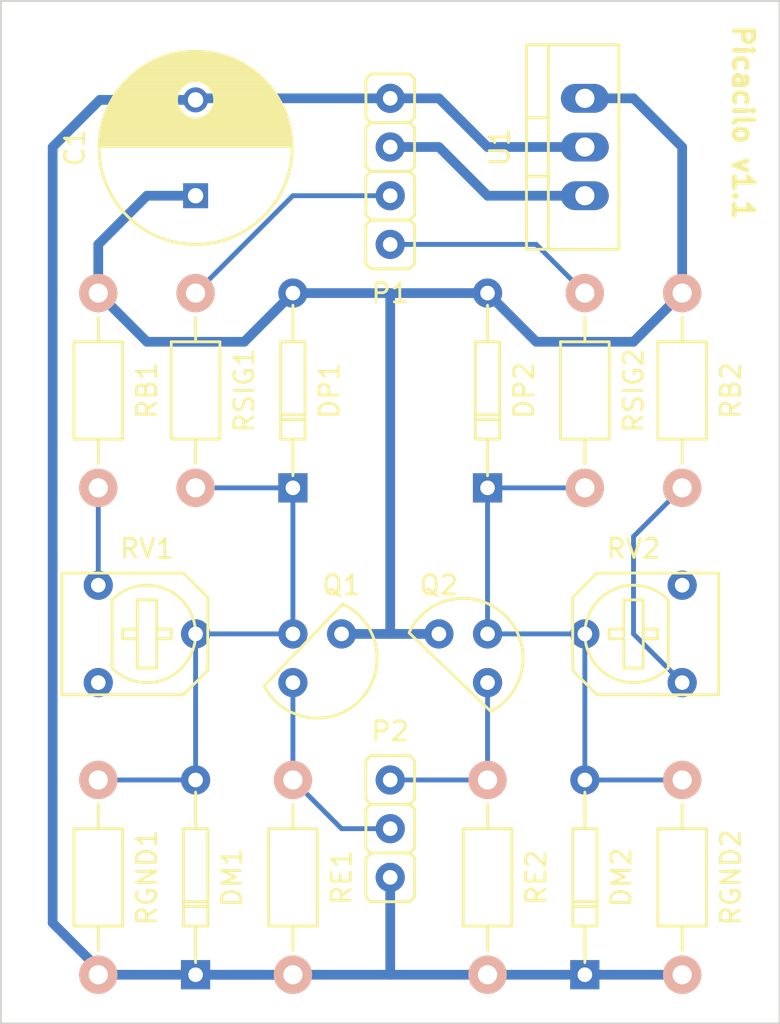
<source format=kicad_pcb>
(kicad_pcb (version 4) (host pcbnew no-vcs-found-product)

  (general
    (links 35)
    (no_connects 0)
    (area 157.429999 17.729999 198.170001 71.170001)
    (thickness 1.6)
    (drawings 5)
    (tracks 60)
    (zones 0)
    (modules 20)
    (nets 12)
  )

  (page A4)
  (title_block
    (title Picacilo)
    (date 2016-12-12)
    (rev 1.1)
  )

  (layers
    (0 F.Cu signal)
    (31 B.Cu signal)
    (32 B.Adhes user)
    (33 F.Adhes user)
    (34 B.Paste user)
    (35 F.Paste user)
    (36 B.SilkS user)
    (37 F.SilkS user)
    (38 B.Mask user)
    (39 F.Mask user)
    (40 Dwgs.User user)
    (41 Cmts.User user)
    (42 Eco1.User user)
    (43 Eco2.User user)
    (44 Edge.Cuts user)
  )

  (setup
    (last_trace_width 0.254)
    (user_trace_width 0.254)
    (user_trace_width 0.508)
    (user_trace_width 1.016)
    (trace_clearance 0.254)
    (zone_clearance 0.508)
    (zone_45_only no)
    (trace_min 0.254)
    (segment_width 0.2)
    (edge_width 0.1)
    (via_size 0.889)
    (via_drill 0.635)
    (via_min_size 0.889)
    (via_min_drill 0.508)
    (uvia_size 0.508)
    (uvia_drill 0.127)
    (uvias_allowed no)
    (uvia_min_size 0.508)
    (uvia_min_drill 0.127)
    (pcb_text_width 0.3)
    (pcb_text_size 1.016 1.016)
    (mod_edge_width 0.3048)
    (mod_text_size 1 1)
    (mod_text_width 0.15)
    (pad_size 2.032 2.032)
    (pad_drill 1.27)
    (pad_to_mask_clearance 0)
    (aux_axis_origin 0 0)
    (visible_elements FFFFFF3F)
    (pcbplotparams
      (layerselection 0x00030_80000001)
      (usegerberextensions true)
      (excludeedgelayer true)
      (linewidth 0.150000)
      (plotframeref false)
      (viasonmask false)
      (mode 1)
      (useauxorigin false)
      (hpglpennumber 1)
      (hpglpenspeed 20)
      (hpglpendiameter 15)
      (hpglpenoverlay 2)
      (psnegative false)
      (psa4output false)
      (plotreference true)
      (plotvalue true)
      (plotinvisibletext false)
      (padsonsilk false)
      (subtractmaskfromsilk false)
      (outputformat 1)
      (mirror false)
      (drillshape 0)
      (scaleselection 1)
      (outputdirectory output/v1.1/))
  )

  (net 0 "")
  (net 1 GND)
  (net 2 VB1)
  (net 3 VOUT1)
  (net 4 VOUT2)
  (net 5 VSTABLE)
  (net 6 "Net-(RB1-Pad2)")
  (net 7 VIN1)
  (net 8 VIN2)
  (net 9 VCC)
  (net 10 VB2)
  (net 11 "Net-(RB2-Pad2)")

  (net_class Default "This is the default net class."
    (clearance 0.254)
    (trace_width 0.254)
    (via_dia 0.889)
    (via_drill 0.635)
    (uvia_dia 0.508)
    (uvia_drill 0.127)
    (add_net "Net-(RB1-Pad2)")
    (add_net "Net-(RB2-Pad2)")
    (add_net VB1)
    (add_net VB2)
    (add_net VIN1)
    (add_net VIN2)
    (add_net VOUT1)
    (add_net VOUT2)
  )

  (net_class Power ""
    (clearance 0.508)
    (trace_width 0.508)
    (via_dia 0.889)
    (via_drill 0.635)
    (uvia_dia 0.508)
    (uvia_drill 0.127)
    (add_net GND)
    (add_net VCC)
    (add_net VSTABLE)
  )

  (module Capacitors_THT:C_Radial_D10_L20_P5 (layer F.Cu) (tedit 584EC018) (tstamp 584E9EBB)
    (at 144.145 87.63 90)
    (descr "Radial Electrolytic Capacitor Diameter 10mm x Length 20mm, Pitch 5mm")
    (tags "Electrolytic Capacitor")
    (path /5521821E)
    (fp_text reference C1 (at 2.5 -6.3 270) (layer F.SilkS)
      (effects (font (size 1 1) (thickness 0.15)))
    )
    (fp_text value 100uF (at 8.89 0 180) (layer F.Fab) hide
      (effects (font (size 1 1) (thickness 0.15)))
    )
    (fp_line (start 2.575 -4.999) (end 2.575 4.999) (layer F.SilkS) (width 0.15))
    (fp_line (start 2.715 -4.995) (end 2.715 4.995) (layer F.SilkS) (width 0.15))
    (fp_line (start 2.855 -4.987) (end 2.855 4.987) (layer F.SilkS) (width 0.15))
    (fp_line (start 2.995 -4.975) (end 2.995 4.975) (layer F.SilkS) (width 0.15))
    (fp_line (start 3.135 -4.96) (end 3.135 4.96) (layer F.SilkS) (width 0.15))
    (fp_line (start 3.275 -4.94) (end 3.275 4.94) (layer F.SilkS) (width 0.15))
    (fp_line (start 3.415 -4.916) (end 3.415 4.916) (layer F.SilkS) (width 0.15))
    (fp_line (start 3.555 -4.887) (end 3.555 4.887) (layer F.SilkS) (width 0.15))
    (fp_line (start 3.695 -4.855) (end 3.695 4.855) (layer F.SilkS) (width 0.15))
    (fp_line (start 3.835 -4.818) (end 3.835 4.818) (layer F.SilkS) (width 0.15))
    (fp_line (start 3.975 -4.777) (end 3.975 4.777) (layer F.SilkS) (width 0.15))
    (fp_line (start 4.115 -4.732) (end 4.115 -0.466) (layer F.SilkS) (width 0.15))
    (fp_line (start 4.115 0.466) (end 4.115 4.732) (layer F.SilkS) (width 0.15))
    (fp_line (start 4.255 -4.682) (end 4.255 -0.667) (layer F.SilkS) (width 0.15))
    (fp_line (start 4.255 0.667) (end 4.255 4.682) (layer F.SilkS) (width 0.15))
    (fp_line (start 4.395 -4.627) (end 4.395 -0.796) (layer F.SilkS) (width 0.15))
    (fp_line (start 4.395 0.796) (end 4.395 4.627) (layer F.SilkS) (width 0.15))
    (fp_line (start 4.535 -4.567) (end 4.535 -0.885) (layer F.SilkS) (width 0.15))
    (fp_line (start 4.535 0.885) (end 4.535 4.567) (layer F.SilkS) (width 0.15))
    (fp_line (start 4.675 -4.502) (end 4.675 -0.946) (layer F.SilkS) (width 0.15))
    (fp_line (start 4.675 0.946) (end 4.675 4.502) (layer F.SilkS) (width 0.15))
    (fp_line (start 4.815 -4.432) (end 4.815 -0.983) (layer F.SilkS) (width 0.15))
    (fp_line (start 4.815 0.983) (end 4.815 4.432) (layer F.SilkS) (width 0.15))
    (fp_line (start 4.955 -4.356) (end 4.955 -0.999) (layer F.SilkS) (width 0.15))
    (fp_line (start 4.955 0.999) (end 4.955 4.356) (layer F.SilkS) (width 0.15))
    (fp_line (start 5.095 -4.274) (end 5.095 -0.995) (layer F.SilkS) (width 0.15))
    (fp_line (start 5.095 0.995) (end 5.095 4.274) (layer F.SilkS) (width 0.15))
    (fp_line (start 5.235 -4.186) (end 5.235 -0.972) (layer F.SilkS) (width 0.15))
    (fp_line (start 5.235 0.972) (end 5.235 4.186) (layer F.SilkS) (width 0.15))
    (fp_line (start 5.375 -4.091) (end 5.375 -0.927) (layer F.SilkS) (width 0.15))
    (fp_line (start 5.375 0.927) (end 5.375 4.091) (layer F.SilkS) (width 0.15))
    (fp_line (start 5.515 -3.989) (end 5.515 -0.857) (layer F.SilkS) (width 0.15))
    (fp_line (start 5.515 0.857) (end 5.515 3.989) (layer F.SilkS) (width 0.15))
    (fp_line (start 5.655 -3.879) (end 5.655 -0.756) (layer F.SilkS) (width 0.15))
    (fp_line (start 5.655 0.756) (end 5.655 3.879) (layer F.SilkS) (width 0.15))
    (fp_line (start 5.795 -3.761) (end 5.795 -0.607) (layer F.SilkS) (width 0.15))
    (fp_line (start 5.795 0.607) (end 5.795 3.761) (layer F.SilkS) (width 0.15))
    (fp_line (start 5.935 -3.633) (end 5.935 -0.355) (layer F.SilkS) (width 0.15))
    (fp_line (start 5.935 0.355) (end 5.935 3.633) (layer F.SilkS) (width 0.15))
    (fp_line (start 6.075 -3.496) (end 6.075 3.496) (layer F.SilkS) (width 0.15))
    (fp_line (start 6.215 -3.346) (end 6.215 3.346) (layer F.SilkS) (width 0.15))
    (fp_line (start 6.355 -3.184) (end 6.355 3.184) (layer F.SilkS) (width 0.15))
    (fp_line (start 6.495 -3.007) (end 6.495 3.007) (layer F.SilkS) (width 0.15))
    (fp_line (start 6.635 -2.811) (end 6.635 2.811) (layer F.SilkS) (width 0.15))
    (fp_line (start 6.775 -2.593) (end 6.775 2.593) (layer F.SilkS) (width 0.15))
    (fp_line (start 6.915 -2.347) (end 6.915 2.347) (layer F.SilkS) (width 0.15))
    (fp_line (start 7.055 -2.062) (end 7.055 2.062) (layer F.SilkS) (width 0.15))
    (fp_line (start 7.195 -1.72) (end 7.195 1.72) (layer F.SilkS) (width 0.15))
    (fp_line (start 7.335 -1.274) (end 7.335 1.274) (layer F.SilkS) (width 0.15))
    (fp_line (start 7.475 -0.499) (end 7.475 0.499) (layer F.SilkS) (width 0.15))
    (fp_circle (center 5 0) (end 5 -1) (layer F.SilkS) (width 0.15))
    (fp_circle (center 2.5 0) (end 2.5 -5.0375) (layer F.SilkS) (width 0.15))
    (fp_circle (center 2.5 0) (end 2.5 -5.3) (layer F.CrtYd) (width 0.05))
    (pad 1 thru_hole rect (at 0 0 90) (size 1.3 1.3) (drill 0.8) (layers *.Cu *.Mask)
      (net 5 VSTABLE))
    (pad 2 thru_hole circle (at 5 0 90) (size 1.3 1.3) (drill 0.8) (layers *.Cu *.Mask)
      (net 1 GND))
    (model Capacitors_ThroughHole.3dshapes/C_Radial_D10_L20_P5.wrl
      (at (xyz 0 0 0))
      (scale (xyz 1 1 1))
      (rotate (xyz 0 0 0))
    )
  )

  (module boul51:Diode-DO41 (layer F.Cu) (tedit 584EB940) (tstamp 584E9EC0)
    (at 144.145 123.19 90)
    (path /567ED458)
    (fp_text reference DM1 (at 0 1.905 90) (layer F.SilkS)
      (effects (font (size 1 1) (thickness 0.15)))
    )
    (fp_text value 1N4007 (at 0 0 90) (layer F.Fab) hide
      (effects (font (size 1 1) (thickness 0.15)))
    )
    (fp_line (start -1.524 -0.635) (end -1.524 0.635) (layer F.SilkS) (width 0.15))
    (fp_line (start -1.27 -0.635) (end -1.27 0.635) (layer F.SilkS) (width 0.15))
    (fp_line (start 2.54 0) (end 4.445 0) (layer F.SilkS) (width 0.15))
    (fp_line (start 2.54 0) (end 2.54 -0.635) (layer F.SilkS) (width 0.15))
    (fp_line (start 2.54 -0.635) (end -2.54 -0.635) (layer F.SilkS) (width 0.15))
    (fp_line (start -2.54 -0.635) (end -2.54 0.635) (layer F.SilkS) (width 0.15))
    (fp_line (start -2.54 0.635) (end 2.54 0.635) (layer F.SilkS) (width 0.15))
    (fp_line (start 2.54 0.635) (end 2.54 0) (layer F.SilkS) (width 0.15))
    (fp_line (start -4.445 0) (end -2.54 0) (layer F.SilkS) (width 0.15))
    (pad 1 thru_hole rect (at -5.08 0 90) (size 1.524 1.524) (drill 0.762) (layers *.Cu *.Mask)
      (net 1 GND))
    (pad 2 thru_hole circle (at 5.08 0 90) (size 1.524 1.524) (drill 0.762) (layers *.Cu *.Mask)
      (net 2 VB1))
    (model ${KIUSERMOD}/boul51.3dshapes/Diode-DO41.wrl
      (at (xyz 0 0 0))
      (scale (xyz 1 1 1))
      (rotate (xyz 0 0 0))
    )
  )

  (module boul51:Diode-DO41 (layer F.Cu) (tedit 584EB8FD) (tstamp 584E9EDC)
    (at 149.225 97.79 90)
    (path /567ED26D)
    (fp_text reference DP1 (at 0 1.905 90) (layer F.SilkS)
      (effects (font (size 1 1) (thickness 0.15)))
    )
    (fp_text value 1N4007 (at 0 0 90) (layer F.Fab) hide
      (effects (font (size 1 1) (thickness 0.15)))
    )
    (fp_line (start -1.524 -0.635) (end -1.524 0.635) (layer F.SilkS) (width 0.15))
    (fp_line (start -1.27 -0.635) (end -1.27 0.635) (layer F.SilkS) (width 0.15))
    (fp_line (start 2.54 0) (end 4.445 0) (layer F.SilkS) (width 0.15))
    (fp_line (start 2.54 0) (end 2.54 -0.635) (layer F.SilkS) (width 0.15))
    (fp_line (start 2.54 -0.635) (end -2.54 -0.635) (layer F.SilkS) (width 0.15))
    (fp_line (start -2.54 -0.635) (end -2.54 0.635) (layer F.SilkS) (width 0.15))
    (fp_line (start -2.54 0.635) (end 2.54 0.635) (layer F.SilkS) (width 0.15))
    (fp_line (start 2.54 0.635) (end 2.54 0) (layer F.SilkS) (width 0.15))
    (fp_line (start -4.445 0) (end -2.54 0) (layer F.SilkS) (width 0.15))
    (pad 1 thru_hole rect (at -5.08 0 90) (size 1.524 1.524) (drill 0.762) (layers *.Cu *.Mask)
      (net 2 VB1))
    (pad 2 thru_hole circle (at 5.08 0 90) (size 1.524 1.524) (drill 0.762) (layers *.Cu *.Mask)
      (net 5 VSTABLE))
    (model ${KIUSERMOD}/boul51.3dshapes/Diode-DO41.wrl
      (at (xyz 0 0 0))
      (scale (xyz 1 1 1))
      (rotate (xyz 0 0 0))
    )
  )

  (module boul51:TO-92_1 (layer F.Cu) (tedit 584EB94B) (tstamp 584E9EF8)
    (at 151.765 110.49 180)
    (path /5521824E)
    (fp_text reference Q1 (at 0 2.54 180) (layer F.SilkS)
      (effects (font (size 1 1) (thickness 0.15)))
    )
    (fp_text value BC547b (at 1.27 4.445 180) (layer F.Fab) hide
      (effects (font (size 1 1) (thickness 0.15)))
    )
    (fp_line (start -0.0508 1.5494) (end 4.04114 -2.71272) (layer F.SilkS) (width 0.15))
    (fp_arc (start 1.27 -1.27) (end -0.0762 1.5494) (angle 217) (layer F.SilkS) (width 0.15))
    (pad 1 thru_hole circle (at 0 0 180) (size 1.524 1.524) (drill 0.762) (layers *.Cu *.Mask)
      (net 5 VSTABLE))
    (pad 2 thru_hole circle (at 2.54 0 180) (size 1.524 1.524) (drill 0.762) (layers *.Cu *.Mask)
      (net 2 VB1))
    (pad 3 thru_hole circle (at 2.54 -2.54 180) (size 1.524 1.524) (drill 0.762) (layers *.Cu *.Mask)
      (net 3 VOUT1))
    (model /home/boul/Elec/Kicad/Lib/boul51.3dshapes/TO-92_1.wrl
      (at (xyz 0 0 0))
      (scale (xyz 1 1 1))
      (rotate (xyz 0 0 0))
    )
  )

  (module Resistors_THT:Resistor_Horizontal_RM10mm (layer F.Cu) (tedit 584EB78B) (tstamp 584E9F08)
    (at 139.065 92.71 270)
    (descr "Resistor, Axial,  RM 10mm, 1/3W")
    (tags "Resistor Axial RM 10mm 1/3W")
    (path /5521820A)
    (fp_text reference RB1 (at 5.08 -2.54 270) (layer F.SilkS)
      (effects (font (size 1 1) (thickness 0.15)))
    )
    (fp_text value 33k (at 5.08 0 270) (layer F.Fab)
      (effects (font (size 1 1) (thickness 0.15)))
    )
    (fp_line (start -1.25 -1.5) (end 11.4 -1.5) (layer F.CrtYd) (width 0.05))
    (fp_line (start -1.25 1.5) (end -1.25 -1.5) (layer F.CrtYd) (width 0.05))
    (fp_line (start 11.4 -1.5) (end 11.4 1.5) (layer F.CrtYd) (width 0.05))
    (fp_line (start -1.25 1.5) (end 11.4 1.5) (layer F.CrtYd) (width 0.05))
    (fp_line (start 2.54 -1.27) (end 7.62 -1.27) (layer F.SilkS) (width 0.15))
    (fp_line (start 7.62 -1.27) (end 7.62 1.27) (layer F.SilkS) (width 0.15))
    (fp_line (start 7.62 1.27) (end 2.54 1.27) (layer F.SilkS) (width 0.15))
    (fp_line (start 2.54 1.27) (end 2.54 -1.27) (layer F.SilkS) (width 0.15))
    (fp_line (start 2.54 0) (end 1.27 0) (layer F.SilkS) (width 0.15))
    (fp_line (start 7.62 0) (end 8.89 0) (layer F.SilkS) (width 0.15))
    (pad 1 thru_hole circle (at 0 0 270) (size 1.99898 1.99898) (drill 1.00076) (layers *.Cu *.SilkS *.Mask)
      (net 5 VSTABLE))
    (pad 2 thru_hole circle (at 10.16 0 270) (size 1.99898 1.99898) (drill 1.00076) (layers *.Cu *.SilkS *.Mask)
      (net 6 "Net-(RB1-Pad2)"))
    (model Resistors_ThroughHole.3dshapes/Resistor_Horizontal_RM10mm.wrl
      (at (xyz 0.2 0 0))
      (scale (xyz 0.4 0.4 0.4))
      (rotate (xyz 0 0 0))
    )
  )

  (module Resistors_THT:Resistor_Horizontal_RM10mm (layer F.Cu) (tedit 584EB934) (tstamp 584E9F12)
    (at 149.225 118.11 270)
    (descr "Resistor, Axial,  RM 10mm, 1/3W")
    (tags "Resistor Axial RM 10mm 1/3W")
    (path /55218DEE)
    (fp_text reference RE1 (at 5.08 -2.54 270) (layer F.SilkS)
      (effects (font (size 1 1) (thickness 0.15)))
    )
    (fp_text value 1k (at 5.08 0 270) (layer F.Fab)
      (effects (font (size 1 1) (thickness 0.15)))
    )
    (fp_line (start -1.25 -1.5) (end 11.4 -1.5) (layer F.CrtYd) (width 0.05))
    (fp_line (start -1.25 1.5) (end -1.25 -1.5) (layer F.CrtYd) (width 0.05))
    (fp_line (start 11.4 -1.5) (end 11.4 1.5) (layer F.CrtYd) (width 0.05))
    (fp_line (start -1.25 1.5) (end 11.4 1.5) (layer F.CrtYd) (width 0.05))
    (fp_line (start 2.54 -1.27) (end 7.62 -1.27) (layer F.SilkS) (width 0.15))
    (fp_line (start 7.62 -1.27) (end 7.62 1.27) (layer F.SilkS) (width 0.15))
    (fp_line (start 7.62 1.27) (end 2.54 1.27) (layer F.SilkS) (width 0.15))
    (fp_line (start 2.54 1.27) (end 2.54 -1.27) (layer F.SilkS) (width 0.15))
    (fp_line (start 2.54 0) (end 1.27 0) (layer F.SilkS) (width 0.15))
    (fp_line (start 7.62 0) (end 8.89 0) (layer F.SilkS) (width 0.15))
    (pad 1 thru_hole circle (at 0 0 270) (size 1.99898 1.99898) (drill 1.00076) (layers *.Cu *.SilkS *.Mask)
      (net 3 VOUT1))
    (pad 2 thru_hole circle (at 10.16 0 270) (size 1.99898 1.99898) (drill 1.00076) (layers *.Cu *.SilkS *.Mask)
      (net 1 GND))
    (model Resistors_ThroughHole.3dshapes/Resistor_Horizontal_RM10mm.wrl
      (at (xyz 0.2 0 0))
      (scale (xyz 0.4 0.4 0.4))
      (rotate (xyz 0 0 0))
    )
  )

  (module Resistors_THT:Resistor_Horizontal_RM10mm (layer F.Cu) (tedit 584EB7BD) (tstamp 584E9F1C)
    (at 139.065 118.11 270)
    (descr "Resistor, Axial,  RM 10mm, 1/3W")
    (tags "Resistor Axial RM 10mm 1/3W")
    (path /55218E22)
    (fp_text reference RGND1 (at 5.08 -2.54 270) (layer F.SilkS)
      (effects (font (size 1 1) (thickness 0.15)))
    )
    (fp_text value 56k (at 5.08 0 270) (layer F.Fab)
      (effects (font (size 1 1) (thickness 0.15)))
    )
    (fp_line (start -1.25 -1.5) (end 11.4 -1.5) (layer F.CrtYd) (width 0.05))
    (fp_line (start -1.25 1.5) (end -1.25 -1.5) (layer F.CrtYd) (width 0.05))
    (fp_line (start 11.4 -1.5) (end 11.4 1.5) (layer F.CrtYd) (width 0.05))
    (fp_line (start -1.25 1.5) (end 11.4 1.5) (layer F.CrtYd) (width 0.05))
    (fp_line (start 2.54 -1.27) (end 7.62 -1.27) (layer F.SilkS) (width 0.15))
    (fp_line (start 7.62 -1.27) (end 7.62 1.27) (layer F.SilkS) (width 0.15))
    (fp_line (start 7.62 1.27) (end 2.54 1.27) (layer F.SilkS) (width 0.15))
    (fp_line (start 2.54 1.27) (end 2.54 -1.27) (layer F.SilkS) (width 0.15))
    (fp_line (start 2.54 0) (end 1.27 0) (layer F.SilkS) (width 0.15))
    (fp_line (start 7.62 0) (end 8.89 0) (layer F.SilkS) (width 0.15))
    (pad 1 thru_hole circle (at 0 0 270) (size 1.99898 1.99898) (drill 1.00076) (layers *.Cu *.SilkS *.Mask)
      (net 2 VB1))
    (pad 2 thru_hole circle (at 10.16 0 270) (size 1.99898 1.99898) (drill 1.00076) (layers *.Cu *.SilkS *.Mask)
      (net 1 GND))
    (model Resistors_ThroughHole.3dshapes/Resistor_Horizontal_RM10mm.wrl
      (at (xyz 0.2 0 0))
      (scale (xyz 0.4 0.4 0.4))
      (rotate (xyz 0 0 0))
    )
  )

  (module Resistors_THT:Resistor_Horizontal_RM10mm (layer F.Cu) (tedit 584EB786) (tstamp 584E9F26)
    (at 144.145 92.71 270)
    (descr "Resistor, Axial,  RM 10mm, 1/3W")
    (tags "Resistor Axial RM 10mm 1/3W")
    (path /55218E14)
    (fp_text reference RSIG1 (at 5.08 -2.54 270) (layer F.SilkS)
      (effects (font (size 1 1) (thickness 0.15)))
    )
    (fp_text value 1MEG (at 5.08 0 270) (layer F.Fab)
      (effects (font (size 1 1) (thickness 0.15)))
    )
    (fp_line (start -1.25 -1.5) (end 11.4 -1.5) (layer F.CrtYd) (width 0.05))
    (fp_line (start -1.25 1.5) (end -1.25 -1.5) (layer F.CrtYd) (width 0.05))
    (fp_line (start 11.4 -1.5) (end 11.4 1.5) (layer F.CrtYd) (width 0.05))
    (fp_line (start -1.25 1.5) (end 11.4 1.5) (layer F.CrtYd) (width 0.05))
    (fp_line (start 2.54 -1.27) (end 7.62 -1.27) (layer F.SilkS) (width 0.15))
    (fp_line (start 7.62 -1.27) (end 7.62 1.27) (layer F.SilkS) (width 0.15))
    (fp_line (start 7.62 1.27) (end 2.54 1.27) (layer F.SilkS) (width 0.15))
    (fp_line (start 2.54 1.27) (end 2.54 -1.27) (layer F.SilkS) (width 0.15))
    (fp_line (start 2.54 0) (end 1.27 0) (layer F.SilkS) (width 0.15))
    (fp_line (start 7.62 0) (end 8.89 0) (layer F.SilkS) (width 0.15))
    (pad 1 thru_hole circle (at 0 0 270) (size 1.99898 1.99898) (drill 1.00076) (layers *.Cu *.SilkS *.Mask)
      (net 7 VIN1))
    (pad 2 thru_hole circle (at 10.16 0 270) (size 1.99898 1.99898) (drill 1.00076) (layers *.Cu *.SilkS *.Mask)
      (net 2 VB1))
    (model Resistors_ThroughHole.3dshapes/Resistor_Horizontal_RM10mm.wrl
      (at (xyz 0.2 0 0))
      (scale (xyz 0.4 0.4 0.4))
      (rotate (xyz 0 0 0))
    )
  )

  (module boul51:Pot_5x8mm (layer F.Cu) (tedit 584EB8D0) (tstamp 584E9F30)
    (at 141.605 110.49 270)
    (path /5523F1E1)
    (fp_text reference RV1 (at -4.445 0 360) (layer F.SilkS)
      (effects (font (size 1 1) (thickness 0.15)))
    )
    (fp_text value 47k (at 0 3.175 270) (layer F.Fab)
      (effects (font (size 1 1) (thickness 0.15)))
    )
    (fp_line (start -0.254 -0.508) (end -0.254 -1.27) (layer F.SilkS) (width 0.15))
    (fp_line (start -0.254 -1.27) (end 0.254 -1.27) (layer F.SilkS) (width 0.15))
    (fp_line (start 0.254 -1.27) (end 0.254 -0.508) (layer F.SilkS) (width 0.15))
    (fp_line (start -0.254 0.508) (end -0.254 1.27) (layer F.SilkS) (width 0.15))
    (fp_line (start -0.254 1.27) (end 0.254 1.27) (layer F.SilkS) (width 0.15))
    (fp_line (start 0.254 1.27) (end 0.254 0.508) (layer F.SilkS) (width 0.15))
    (fp_line (start 1.778 0) (end 1.778 -0.508) (layer F.SilkS) (width 0.15))
    (fp_line (start 1.778 -0.508) (end -1.778 -0.508) (layer F.SilkS) (width 0.15))
    (fp_line (start -1.778 -0.508) (end -1.778 0.508) (layer F.SilkS) (width 0.15))
    (fp_line (start -1.778 0.508) (end 1.778 0.508) (layer F.SilkS) (width 0.15))
    (fp_line (start 1.778 0.508) (end 1.778 0) (layer F.SilkS) (width 0.15))
    (fp_line (start -1.78308 1.8161) (end 1.78816 1.8161) (layer F.SilkS) (width 0.15))
    (fp_arc (start 0 0) (end -2.54 0) (angle -45) (layer F.SilkS) (width 0.15))
    (fp_arc (start 0 0) (end 2.54 0) (angle 45) (layer F.SilkS) (width 0.15))
    (fp_arc (start 0 0) (end 2.54 0) (angle -180) (layer F.SilkS) (width 0.15))
    (fp_line (start -3.175 -1.905) (end -3.175 4.445) (layer F.SilkS) (width 0.15))
    (fp_line (start 3.175 -1.905) (end 3.175 4.445) (layer F.SilkS) (width 0.15))
    (fp_line (start -3.175 -1.905) (end -1.905 -3.175) (layer F.SilkS) (width 0.15))
    (fp_line (start -1.905 -3.175) (end 1.905 -3.175) (layer F.SilkS) (width 0.15))
    (fp_line (start 1.905 -3.175) (end 3.175 -1.905) (layer F.SilkS) (width 0.15))
    (fp_line (start 3.175 4.445) (end -3.175 4.445) (layer F.SilkS) (width 0.15))
    (pad 1 thru_hole circle (at -2.54 2.54 270) (size 1.524 1.524) (drill 0.762) (layers *.Cu *.Mask)
      (net 6 "Net-(RB1-Pad2)"))
    (pad 2 thru_hole circle (at 0 -2.54 270) (size 1.524 1.524) (drill 0.762) (layers *.Cu *.Mask)
      (net 2 VB1))
    (pad 3 thru_hole circle (at 2.54 2.54 270) (size 1.524 1.524) (drill 0.762) (layers *.Cu *.Mask))
    (model ${KIUSERMOD}/boul51.3dshapes/Pot_5x8mm.wrl
      (at (xyz 0 0 0))
      (scale (xyz 1 1 1))
      (rotate (xyz 0 0 0))
    )
  )

  (module TO_SOT_Packages_THT:TO-220_Neutral123_Vertical (layer F.Cu) (tedit 584EC01B) (tstamp 584E9F66)
    (at 164.465 85.09 90)
    (descr "TO-220, Neutral, Vertical,")
    (tags "TO-220, Neutral, Vertical,")
    (path /552181E0)
    (fp_text reference U1 (at 0 -4.445 270) (layer F.SilkS)
      (effects (font (size 1 1) (thickness 0.15)))
    )
    (fp_text value LM2931A (at 6.35 -0.635 180) (layer F.Fab) hide
      (effects (font (size 1 1) (thickness 0.15)))
    )
    (fp_line (start -1.524 -3.048) (end -1.524 -1.905) (layer F.SilkS) (width 0.15))
    (fp_line (start 1.524 -3.048) (end 1.524 -1.905) (layer F.SilkS) (width 0.15))
    (fp_line (start 5.334 -1.905) (end 5.334 1.778) (layer F.SilkS) (width 0.15))
    (fp_line (start 5.334 1.778) (end -5.334 1.778) (layer F.SilkS) (width 0.15))
    (fp_line (start -5.334 1.778) (end -5.334 -1.905) (layer F.SilkS) (width 0.15))
    (fp_line (start 5.334 -3.048) (end 5.334 -1.905) (layer F.SilkS) (width 0.15))
    (fp_line (start 5.334 -1.905) (end -5.334 -1.905) (layer F.SilkS) (width 0.15))
    (fp_line (start -5.334 -1.905) (end -5.334 -3.048) (layer F.SilkS) (width 0.15))
    (fp_line (start 0 -3.048) (end -5.334 -3.048) (layer F.SilkS) (width 0.15))
    (fp_line (start 0 -3.048) (end 5.334 -3.048) (layer F.SilkS) (width 0.15))
    (pad 2 thru_hole oval (at 0 0 180) (size 2.49936 1.50114) (drill 1.00076) (layers *.Cu *.Mask)
      (net 1 GND))
    (pad 1 thru_hole oval (at -2.54 0 180) (size 2.49936 1.50114) (drill 1.00076) (layers *.Cu *.Mask)
      (net 9 VCC))
    (pad 3 thru_hole oval (at 2.54 0 180) (size 2.49936 1.50114) (drill 1.00076) (layers *.Cu *.Mask)
      (net 5 VSTABLE))
    (model TO_SOT_Packages_THT.3dshapes/TO-220_Neutral123_Vertical.wrl
      (at (xyz 0 0 0))
      (scale (xyz 0.3937 0.3937 0.3937))
      (rotate (xyz 0 0 0))
    )
  )

  (module boul51:Diode-DO41 (layer F.Cu) (tedit 584EB939) (tstamp 584EAAAF)
    (at 164.465 123.19 90)
    (path /567ECDB6)
    (fp_text reference DM2 (at 0 1.905 90) (layer F.SilkS)
      (effects (font (size 1 1) (thickness 0.15)))
    )
    (fp_text value 1N4007 (at 0 0 90) (layer F.Fab) hide
      (effects (font (size 1 1) (thickness 0.15)))
    )
    (fp_line (start -1.524 -0.635) (end -1.524 0.635) (layer F.SilkS) (width 0.15))
    (fp_line (start -1.27 -0.635) (end -1.27 0.635) (layer F.SilkS) (width 0.15))
    (fp_line (start 2.54 0) (end 4.445 0) (layer F.SilkS) (width 0.15))
    (fp_line (start 2.54 0) (end 2.54 -0.635) (layer F.SilkS) (width 0.15))
    (fp_line (start 2.54 -0.635) (end -2.54 -0.635) (layer F.SilkS) (width 0.15))
    (fp_line (start -2.54 -0.635) (end -2.54 0.635) (layer F.SilkS) (width 0.15))
    (fp_line (start -2.54 0.635) (end 2.54 0.635) (layer F.SilkS) (width 0.15))
    (fp_line (start 2.54 0.635) (end 2.54 0) (layer F.SilkS) (width 0.15))
    (fp_line (start -4.445 0) (end -2.54 0) (layer F.SilkS) (width 0.15))
    (pad 1 thru_hole rect (at -5.08 0 90) (size 1.524 1.524) (drill 0.762) (layers *.Cu *.Mask)
      (net 1 GND))
    (pad 2 thru_hole circle (at 5.08 0 90) (size 1.524 1.524) (drill 0.762) (layers *.Cu *.Mask)
      (net 10 VB2))
    (model ${KIUSERMOD}/boul51.3dshapes/Diode-DO41.wrl
      (at (xyz 0 0 0))
      (scale (xyz 1 1 1))
      (rotate (xyz 0 0 0))
    )
  )

  (module boul51:Diode-DO41 (layer F.Cu) (tedit 584EB8F8) (tstamp 584EAABE)
    (at 159.385 97.79 90)
    (path /567EC9C7)
    (fp_text reference DP2 (at 0 1.905 90) (layer F.SilkS)
      (effects (font (size 1 1) (thickness 0.15)))
    )
    (fp_text value 1N4007 (at 0 0 90) (layer F.Fab) hide
      (effects (font (size 1 1) (thickness 0.15)))
    )
    (fp_line (start -1.524 -0.635) (end -1.524 0.635) (layer F.SilkS) (width 0.15))
    (fp_line (start -1.27 -0.635) (end -1.27 0.635) (layer F.SilkS) (width 0.15))
    (fp_line (start 2.54 0) (end 4.445 0) (layer F.SilkS) (width 0.15))
    (fp_line (start 2.54 0) (end 2.54 -0.635) (layer F.SilkS) (width 0.15))
    (fp_line (start 2.54 -0.635) (end -2.54 -0.635) (layer F.SilkS) (width 0.15))
    (fp_line (start -2.54 -0.635) (end -2.54 0.635) (layer F.SilkS) (width 0.15))
    (fp_line (start -2.54 0.635) (end 2.54 0.635) (layer F.SilkS) (width 0.15))
    (fp_line (start 2.54 0.635) (end 2.54 0) (layer F.SilkS) (width 0.15))
    (fp_line (start -4.445 0) (end -2.54 0) (layer F.SilkS) (width 0.15))
    (pad 1 thru_hole rect (at -5.08 0 90) (size 1.524 1.524) (drill 0.762) (layers *.Cu *.Mask)
      (net 10 VB2))
    (pad 2 thru_hole circle (at 5.08 0 90) (size 1.524 1.524) (drill 0.762) (layers *.Cu *.Mask)
      (net 5 VSTABLE))
    (model ${KIUSERMOD}/boul51.3dshapes/Diode-DO41.wrl
      (at (xyz 0 0 0))
      (scale (xyz 1 1 1))
      (rotate (xyz 0 0 0))
    )
  )

  (module Resistors_THT:Resistor_Horizontal_RM10mm (layer F.Cu) (tedit 584EB765) (tstamp 584EAACD)
    (at 169.545 92.71 270)
    (descr "Resistor, Axial,  RM 10mm, 1/3W")
    (tags "Resistor Axial RM 10mm 1/3W")
    (path /5523F46B)
    (fp_text reference RB2 (at 5.08 -2.54 270) (layer F.SilkS)
      (effects (font (size 1 1) (thickness 0.15)))
    )
    (fp_text value 33k (at 5.08 0 270) (layer F.Fab)
      (effects (font (size 1 1) (thickness 0.15)))
    )
    (fp_line (start -1.25 -1.5) (end 11.4 -1.5) (layer F.CrtYd) (width 0.05))
    (fp_line (start -1.25 1.5) (end -1.25 -1.5) (layer F.CrtYd) (width 0.05))
    (fp_line (start 11.4 -1.5) (end 11.4 1.5) (layer F.CrtYd) (width 0.05))
    (fp_line (start -1.25 1.5) (end 11.4 1.5) (layer F.CrtYd) (width 0.05))
    (fp_line (start 2.54 -1.27) (end 7.62 -1.27) (layer F.SilkS) (width 0.15))
    (fp_line (start 7.62 -1.27) (end 7.62 1.27) (layer F.SilkS) (width 0.15))
    (fp_line (start 7.62 1.27) (end 2.54 1.27) (layer F.SilkS) (width 0.15))
    (fp_line (start 2.54 1.27) (end 2.54 -1.27) (layer F.SilkS) (width 0.15))
    (fp_line (start 2.54 0) (end 1.27 0) (layer F.SilkS) (width 0.15))
    (fp_line (start 7.62 0) (end 8.89 0) (layer F.SilkS) (width 0.15))
    (pad 1 thru_hole circle (at 0 0 270) (size 1.99898 1.99898) (drill 1.00076) (layers *.Cu *.SilkS *.Mask)
      (net 5 VSTABLE))
    (pad 2 thru_hole circle (at 10.16 0 270) (size 1.99898 1.99898) (drill 1.00076) (layers *.Cu *.SilkS *.Mask)
      (net 11 "Net-(RB2-Pad2)"))
    (model Resistors_ThroughHole.3dshapes/Resistor_Horizontal_RM10mm.wrl
      (at (xyz 0.2 0 0))
      (scale (xyz 0.4 0.4 0.4))
      (rotate (xyz 0 0 0))
    )
  )

  (module Resistors_THT:Resistor_Horizontal_RM10mm (layer F.Cu) (tedit 584EB93B) (tstamp 584EAAD3)
    (at 159.385 118.11 270)
    (descr "Resistor, Axial,  RM 10mm, 1/3W")
    (tags "Resistor Axial RM 10mm 1/3W")
    (path /5523F477)
    (fp_text reference RE2 (at 5.08 -2.54 270) (layer F.SilkS)
      (effects (font (size 1 1) (thickness 0.15)))
    )
    (fp_text value 1k (at 5.08 0 270) (layer F.Fab)
      (effects (font (size 1 1) (thickness 0.15)))
    )
    (fp_line (start -1.25 -1.5) (end 11.4 -1.5) (layer F.CrtYd) (width 0.05))
    (fp_line (start -1.25 1.5) (end -1.25 -1.5) (layer F.CrtYd) (width 0.05))
    (fp_line (start 11.4 -1.5) (end 11.4 1.5) (layer F.CrtYd) (width 0.05))
    (fp_line (start -1.25 1.5) (end 11.4 1.5) (layer F.CrtYd) (width 0.05))
    (fp_line (start 2.54 -1.27) (end 7.62 -1.27) (layer F.SilkS) (width 0.15))
    (fp_line (start 7.62 -1.27) (end 7.62 1.27) (layer F.SilkS) (width 0.15))
    (fp_line (start 7.62 1.27) (end 2.54 1.27) (layer F.SilkS) (width 0.15))
    (fp_line (start 2.54 1.27) (end 2.54 -1.27) (layer F.SilkS) (width 0.15))
    (fp_line (start 2.54 0) (end 1.27 0) (layer F.SilkS) (width 0.15))
    (fp_line (start 7.62 0) (end 8.89 0) (layer F.SilkS) (width 0.15))
    (pad 1 thru_hole circle (at 0 0 270) (size 1.99898 1.99898) (drill 1.00076) (layers *.Cu *.SilkS *.Mask)
      (net 4 VOUT2))
    (pad 2 thru_hole circle (at 10.16 0 270) (size 1.99898 1.99898) (drill 1.00076) (layers *.Cu *.SilkS *.Mask)
      (net 1 GND))
    (model Resistors_ThroughHole.3dshapes/Resistor_Horizontal_RM10mm.wrl
      (at (xyz 0.2 0 0))
      (scale (xyz 0.4 0.4 0.4))
      (rotate (xyz 0 0 0))
    )
  )

  (module Resistors_THT:Resistor_Horizontal_RM10mm (layer F.Cu) (tedit 584EB8DD) (tstamp 584EAAD9)
    (at 169.545 118.11 270)
    (descr "Resistor, Axial,  RM 10mm, 1/3W")
    (tags "Resistor Axial RM 10mm 1/3W")
    (path /5523F489)
    (fp_text reference RGND2 (at 5.08 -2.54 270) (layer F.SilkS)
      (effects (font (size 1 1) (thickness 0.15)))
    )
    (fp_text value 56k (at 5.08 0 270) (layer F.Fab)
      (effects (font (size 1 1) (thickness 0.15)))
    )
    (fp_line (start -1.25 -1.5) (end 11.4 -1.5) (layer F.CrtYd) (width 0.05))
    (fp_line (start -1.25 1.5) (end -1.25 -1.5) (layer F.CrtYd) (width 0.05))
    (fp_line (start 11.4 -1.5) (end 11.4 1.5) (layer F.CrtYd) (width 0.05))
    (fp_line (start -1.25 1.5) (end 11.4 1.5) (layer F.CrtYd) (width 0.05))
    (fp_line (start 2.54 -1.27) (end 7.62 -1.27) (layer F.SilkS) (width 0.15))
    (fp_line (start 7.62 -1.27) (end 7.62 1.27) (layer F.SilkS) (width 0.15))
    (fp_line (start 7.62 1.27) (end 2.54 1.27) (layer F.SilkS) (width 0.15))
    (fp_line (start 2.54 1.27) (end 2.54 -1.27) (layer F.SilkS) (width 0.15))
    (fp_line (start 2.54 0) (end 1.27 0) (layer F.SilkS) (width 0.15))
    (fp_line (start 7.62 0) (end 8.89 0) (layer F.SilkS) (width 0.15))
    (pad 1 thru_hole circle (at 0 0 270) (size 1.99898 1.99898) (drill 1.00076) (layers *.Cu *.SilkS *.Mask)
      (net 10 VB2))
    (pad 2 thru_hole circle (at 10.16 0 270) (size 1.99898 1.99898) (drill 1.00076) (layers *.Cu *.SilkS *.Mask)
      (net 1 GND))
    (model Resistors_ThroughHole.3dshapes/Resistor_Horizontal_RM10mm.wrl
      (at (xyz 0.2 0 0))
      (scale (xyz 0.4 0.4 0.4))
      (rotate (xyz 0 0 0))
    )
  )

  (module Resistors_THT:Resistor_Horizontal_RM10mm (layer F.Cu) (tedit 584EB794) (tstamp 584EAADF)
    (at 164.465 92.71 270)
    (descr "Resistor, Axial,  RM 10mm, 1/3W")
    (tags "Resistor Axial RM 10mm 1/3W")
    (path /5523F483)
    (fp_text reference RSIG2 (at 5.08 -2.54 270) (layer F.SilkS)
      (effects (font (size 1 1) (thickness 0.15)))
    )
    (fp_text value 1MEG (at 5.08 0 270) (layer F.Fab)
      (effects (font (size 1 1) (thickness 0.15)))
    )
    (fp_line (start -1.25 -1.5) (end 11.4 -1.5) (layer F.CrtYd) (width 0.05))
    (fp_line (start -1.25 1.5) (end -1.25 -1.5) (layer F.CrtYd) (width 0.05))
    (fp_line (start 11.4 -1.5) (end 11.4 1.5) (layer F.CrtYd) (width 0.05))
    (fp_line (start -1.25 1.5) (end 11.4 1.5) (layer F.CrtYd) (width 0.05))
    (fp_line (start 2.54 -1.27) (end 7.62 -1.27) (layer F.SilkS) (width 0.15))
    (fp_line (start 7.62 -1.27) (end 7.62 1.27) (layer F.SilkS) (width 0.15))
    (fp_line (start 7.62 1.27) (end 2.54 1.27) (layer F.SilkS) (width 0.15))
    (fp_line (start 2.54 1.27) (end 2.54 -1.27) (layer F.SilkS) (width 0.15))
    (fp_line (start 2.54 0) (end 1.27 0) (layer F.SilkS) (width 0.15))
    (fp_line (start 7.62 0) (end 8.89 0) (layer F.SilkS) (width 0.15))
    (pad 1 thru_hole circle (at 0 0 270) (size 1.99898 1.99898) (drill 1.00076) (layers *.Cu *.SilkS *.Mask)
      (net 8 VIN2))
    (pad 2 thru_hole circle (at 10.16 0 270) (size 1.99898 1.99898) (drill 1.00076) (layers *.Cu *.SilkS *.Mask)
      (net 10 VB2))
    (model Resistors_ThroughHole.3dshapes/Resistor_Horizontal_RM10mm.wrl
      (at (xyz 0.2 0 0))
      (scale (xyz 0.4 0.4 0.4))
      (rotate (xyz 0 0 0))
    )
  )

  (module boul51:Pot_5x8mm (layer F.Cu) (tedit 584EB8D3) (tstamp 584EAAFB)
    (at 167.005 110.49 90)
    (path /5523F4B3)
    (fp_text reference RV2 (at 4.445 0 180) (layer F.SilkS)
      (effects (font (size 1 1) (thickness 0.15)))
    )
    (fp_text value 47k (at 0 3.175 90) (layer F.Fab)
      (effects (font (size 1 1) (thickness 0.15)))
    )
    (fp_line (start -0.254 -0.508) (end -0.254 -1.27) (layer F.SilkS) (width 0.15))
    (fp_line (start -0.254 -1.27) (end 0.254 -1.27) (layer F.SilkS) (width 0.15))
    (fp_line (start 0.254 -1.27) (end 0.254 -0.508) (layer F.SilkS) (width 0.15))
    (fp_line (start -0.254 0.508) (end -0.254 1.27) (layer F.SilkS) (width 0.15))
    (fp_line (start -0.254 1.27) (end 0.254 1.27) (layer F.SilkS) (width 0.15))
    (fp_line (start 0.254 1.27) (end 0.254 0.508) (layer F.SilkS) (width 0.15))
    (fp_line (start 1.778 0) (end 1.778 -0.508) (layer F.SilkS) (width 0.15))
    (fp_line (start 1.778 -0.508) (end -1.778 -0.508) (layer F.SilkS) (width 0.15))
    (fp_line (start -1.778 -0.508) (end -1.778 0.508) (layer F.SilkS) (width 0.15))
    (fp_line (start -1.778 0.508) (end 1.778 0.508) (layer F.SilkS) (width 0.15))
    (fp_line (start 1.778 0.508) (end 1.778 0) (layer F.SilkS) (width 0.15))
    (fp_line (start -1.78308 1.8161) (end 1.78816 1.8161) (layer F.SilkS) (width 0.15))
    (fp_arc (start 0 0) (end -2.54 0) (angle -45) (layer F.SilkS) (width 0.15))
    (fp_arc (start 0 0) (end 2.54 0) (angle 45) (layer F.SilkS) (width 0.15))
    (fp_arc (start 0 0) (end 2.54 0) (angle -180) (layer F.SilkS) (width 0.15))
    (fp_line (start -3.175 -1.905) (end -3.175 4.445) (layer F.SilkS) (width 0.15))
    (fp_line (start 3.175 -1.905) (end 3.175 4.445) (layer F.SilkS) (width 0.15))
    (fp_line (start -3.175 -1.905) (end -1.905 -3.175) (layer F.SilkS) (width 0.15))
    (fp_line (start -1.905 -3.175) (end 1.905 -3.175) (layer F.SilkS) (width 0.15))
    (fp_line (start 1.905 -3.175) (end 3.175 -1.905) (layer F.SilkS) (width 0.15))
    (fp_line (start 3.175 4.445) (end -3.175 4.445) (layer F.SilkS) (width 0.15))
    (pad 1 thru_hole circle (at -2.54 2.54 90) (size 1.524 1.524) (drill 0.762) (layers *.Cu *.Mask)
      (net 11 "Net-(RB2-Pad2)"))
    (pad 2 thru_hole circle (at 0 -2.54 90) (size 1.524 1.524) (drill 0.762) (layers *.Cu *.Mask)
      (net 10 VB2))
    (pad 3 thru_hole circle (at 2.54 2.54 90) (size 1.524 1.524) (drill 0.762) (layers *.Cu *.Mask))
    (model ${KIUSERMOD}/boul51.3dshapes/Pot_5x8mm.wrl
      (at (xyz 0 0 0))
      (scale (xyz 1 1 1))
      (rotate (xyz 0 0 0))
    )
  )

  (module boul51:TO-92_2 (layer F.Cu) (tedit 584EB950) (tstamp 584EAD24)
    (at 156.845 110.49 270)
    (path /5523F471)
    (fp_text reference Q2 (at -2.54 0 360) (layer F.SilkS)
      (effects (font (size 1 1) (thickness 0.15)))
    )
    (fp_text value BC547b (at -4.445 -1.905 360) (layer F.Fab) hide
      (effects (font (size 1 1) (thickness 0.15)))
    )
    (fp_line (start -0.0508 1.5494) (end 4.04114 -2.71272) (layer F.SilkS) (width 0.15))
    (fp_arc (start 1.27 -1.27) (end -0.0762 1.5494) (angle 217) (layer F.SilkS) (width 0.15))
    (pad 1 thru_hole circle (at 0 0 270) (size 1.524 1.524) (drill 0.762) (layers *.Cu *.Mask)
      (net 5 VSTABLE))
    (pad 2 thru_hole circle (at 0 -2.54 270) (size 1.524 1.524) (drill 0.762) (layers *.Cu *.Mask)
      (net 10 VB2))
    (pad 3 thru_hole circle (at 2.54 -2.54 270) (size 1.524 1.524) (drill 0.762) (layers *.Cu *.Mask)
      (net 4 VOUT2))
    (model /home/boul/Elec/Kicad/Lib/boul51.3dshapes/TO-92_2.wrl
      (at (xyz 0 0 0))
      (scale (xyz 1 1 1))
      (rotate (xyz 0 0 0))
    )
  )

  (module boul51:PinHeader_x4 (layer F.Cu) (tedit 584EC015) (tstamp 584EB4B9)
    (at 154.305 85.09 270)
    (path /584EB11D)
    (fp_text reference P1 (at 7.62 0 360) (layer F.SilkS)
      (effects (font (size 1 1) (thickness 0.15)))
    )
    (fp_text value CONN_01X04 (at 1.27 -2.54 270) (layer F.Fab) hide
      (effects (font (size 1 1) (thickness 0.15)))
    )
    (fp_line (start 3.81 1.016) (end 3.81 -1.016) (layer F.SilkS) (width 0.15))
    (fp_line (start 6.096 -1.27) (end 4.064 -1.27) (layer F.SilkS) (width 0.15))
    (fp_line (start 6.35 -1.016) (end 6.096 -1.27) (layer F.SilkS) (width 0.15))
    (fp_line (start 6.35 1.016) (end 6.35 -1.016) (layer F.SilkS) (width 0.15))
    (fp_line (start 6.096 1.27) (end 6.35 1.016) (layer F.SilkS) (width 0.15))
    (fp_line (start 4.064 1.27) (end 6.096 1.27) (layer F.SilkS) (width 0.15))
    (fp_line (start 3.81 1.016) (end 4.064 1.27) (layer F.SilkS) (width 0.15))
    (fp_line (start 3.81 0) (end 3.81 1.016) (layer F.SilkS) (width 0.15))
    (fp_line (start 3.81 -1.016) (end 3.81 0) (layer F.SilkS) (width 0.15))
    (fp_line (start 4.064 -1.27) (end 3.81 -1.016) (layer F.SilkS) (width 0.15))
    (fp_line (start 3.81 1.016) (end 3.81 -1.016) (layer F.SilkS) (width 0.15))
    (fp_line (start 1.27 1.016) (end 1.27 -1.016) (layer F.SilkS) (width 0.15))
    (fp_line (start 1.524 -1.27) (end 1.27 -1.016) (layer F.SilkS) (width 0.15))
    (fp_line (start 1.27 -1.016) (end 1.27 0) (layer F.SilkS) (width 0.15))
    (fp_line (start 1.27 0) (end 1.27 1.016) (layer F.SilkS) (width 0.15))
    (fp_line (start 1.27 1.016) (end 1.524 1.27) (layer F.SilkS) (width 0.15))
    (fp_line (start 1.524 1.27) (end 3.556 1.27) (layer F.SilkS) (width 0.15))
    (fp_line (start 3.556 1.27) (end 3.81 1.016) (layer F.SilkS) (width 0.15))
    (fp_line (start 3.81 1.016) (end 3.81 -1.016) (layer F.SilkS) (width 0.15))
    (fp_line (start 3.81 -1.016) (end 3.556 -1.27) (layer F.SilkS) (width 0.15))
    (fp_line (start 3.556 -1.27) (end 1.524 -1.27) (layer F.SilkS) (width 0.15))
    (fp_line (start 1.016 -1.27) (end -1.016 -1.27) (layer F.SilkS) (width 0.15))
    (fp_line (start 1.27 -1.016) (end 1.016 -1.27) (layer F.SilkS) (width 0.15))
    (fp_line (start 1.27 1.016) (end 1.27 -1.016) (layer F.SilkS) (width 0.15))
    (fp_line (start 1.016 1.27) (end 1.27 1.016) (layer F.SilkS) (width 0.15))
    (fp_line (start -1.016 1.27) (end 1.016 1.27) (layer F.SilkS) (width 0.15))
    (fp_line (start -1.27 1.016) (end -1.016 1.27) (layer F.SilkS) (width 0.15))
    (fp_line (start -1.27 0) (end -1.27 1.016) (layer F.SilkS) (width 0.15))
    (fp_line (start -1.27 -1.016) (end -1.27 0) (layer F.SilkS) (width 0.15))
    (fp_line (start -1.016 -1.27) (end -1.27 -1.016) (layer F.SilkS) (width 0.15))
    (fp_line (start -3.556 -1.27) (end -3.81 -1.016) (layer F.SilkS) (width 0.15))
    (fp_line (start -3.81 -1.016) (end -3.81 0) (layer F.SilkS) (width 0.15))
    (fp_line (start -3.81 0) (end -3.81 1.016) (layer F.SilkS) (width 0.15))
    (fp_line (start -3.81 1.016) (end -3.556 1.27) (layer F.SilkS) (width 0.15))
    (fp_line (start -3.556 1.27) (end -1.524 1.27) (layer F.SilkS) (width 0.15))
    (fp_line (start -1.524 1.27) (end -1.27 1.016) (layer F.SilkS) (width 0.15))
    (fp_line (start -1.27 1.016) (end -1.27 -1.016) (layer F.SilkS) (width 0.15))
    (fp_line (start -1.27 -1.016) (end -1.524 -1.27) (layer F.SilkS) (width 0.15))
    (fp_line (start -1.524 -1.27) (end -3.556 -1.27) (layer F.SilkS) (width 0.15))
    (pad 1 thru_hole circle (at -2.54 0 270) (size 1.524 1.524) (drill 0.762) (layers *.Cu *.Mask)
      (net 1 GND))
    (pad 2 thru_hole circle (at 0 0 270) (size 1.524 1.524) (drill 0.762) (layers *.Cu *.Mask)
      (net 9 VCC))
    (pad 3 thru_hole circle (at 2.54 0 270) (size 1.524 1.524) (drill 0.762) (layers *.Cu *.Mask)
      (net 7 VIN1))
    (pad 4 thru_hole circle (at 5.08 0 270) (size 1.524 1.524) (drill 0.762) (layers *.Cu *.Mask)
      (net 8 VIN2))
    (model ${KIUSERMOD}/boul51.3dshapes/PinHeader_x4.wrl
      (at (xyz 0 0 0))
      (scale (xyz 1 1 1))
      (rotate (xyz 0 0 0))
    )
  )

  (module boul51:PinHeader_x3 (layer F.Cu) (tedit 584EB92F) (tstamp 584EB4D8)
    (at 154.305 120.65 90)
    (path /584EB8CD)
    (fp_text reference P2 (at 5.08 0 180) (layer F.SilkS)
      (effects (font (size 1 1) (thickness 0.15)))
    )
    (fp_text value CONN_01X03 (at 0 2.54 90) (layer F.Fab) hide
      (effects (font (size 1 1) (thickness 0.15)))
    )
    (fp_line (start 1.27 1.016) (end 1.524 1.27) (layer F.SilkS) (width 0.15))
    (fp_line (start 1.524 1.27) (end 3.556 1.27) (layer F.SilkS) (width 0.15))
    (fp_line (start 3.556 1.27) (end 3.81 1.016) (layer F.SilkS) (width 0.15))
    (fp_line (start 3.81 1.016) (end 3.81 -1.016) (layer F.SilkS) (width 0.15))
    (fp_line (start 3.81 -1.016) (end 3.556 -1.27) (layer F.SilkS) (width 0.15))
    (fp_line (start 3.556 -1.27) (end 1.524 -1.27) (layer F.SilkS) (width 0.15))
    (fp_line (start 1.524 -1.27) (end 1.27 -1.016) (layer F.SilkS) (width 0.15))
    (fp_line (start -1.27 -1.016) (end -1.524 -1.27) (layer F.SilkS) (width 0.15))
    (fp_line (start -1.524 -1.27) (end -3.556 -1.27) (layer F.SilkS) (width 0.15))
    (fp_line (start -3.556 -1.27) (end -3.81 -1.016) (layer F.SilkS) (width 0.15))
    (fp_line (start -3.81 -1.016) (end -3.81 1.016) (layer F.SilkS) (width 0.15))
    (fp_line (start -3.81 1.016) (end -3.556 1.27) (layer F.SilkS) (width 0.15))
    (fp_line (start -3.556 1.27) (end -1.524 1.27) (layer F.SilkS) (width 0.15))
    (fp_line (start -1.524 1.27) (end -1.27 1.016) (layer F.SilkS) (width 0.15))
    (fp_line (start -0.762 -1.27) (end -1.016 -1.27) (layer F.SilkS) (width 0.15))
    (fp_line (start -1.016 -1.27) (end -1.27 -1.016) (layer F.SilkS) (width 0.15))
    (fp_line (start -1.27 -1.016) (end -1.27 1.016) (layer F.SilkS) (width 0.15))
    (fp_line (start -1.27 1.016) (end -1.016 1.27) (layer F.SilkS) (width 0.15))
    (fp_line (start -1.016 1.27) (end -0.762 1.27) (layer F.SilkS) (width 0.15))
    (fp_line (start -0.762 1.27) (end 1.016 1.27) (layer F.SilkS) (width 0.15))
    (fp_line (start 1.016 1.27) (end 1.27 1.016) (layer F.SilkS) (width 0.15))
    (fp_line (start 1.27 1.016) (end 1.27 -1.016) (layer F.SilkS) (width 0.15))
    (fp_line (start 1.27 -1.016) (end 1.016 -1.27) (layer F.SilkS) (width 0.15))
    (fp_line (start 1.016 -1.27) (end -0.762 -1.27) (layer F.SilkS) (width 0.15))
    (pad 1 thru_hole circle (at -2.54 0 90) (size 1.524 1.524) (drill 0.762) (layers *.Cu *.Mask)
      (net 1 GND))
    (pad 2 thru_hole circle (at 0 0 90) (size 1.524 1.524) (drill 0.762) (layers *.Cu *.Mask)
      (net 3 VOUT1))
    (pad 3 thru_hole circle (at 2.54 0 90) (size 1.524 1.524) (drill 0.762) (layers *.Cu *.Mask)
      (net 4 VOUT2))
    (model ${KIUSERMOD}/boul51.3dshapes/PinHeader_x3.wrl
      (at (xyz 0 0 0))
      (scale (xyz 1 1 1))
      (rotate (xyz 0 0 0))
    )
  )

  (gr_text "Picacilo v1.1" (at 172.72 83.82 270) (layer F.SilkS)
    (effects (font (size 1.016 1.016) (thickness 0.254)))
  )
  (gr_line (start 133.985 77.47) (end 133.985 130.81) (angle 90) (layer Edge.Cuts) (width 0.1))
  (gr_line (start 174.625 77.47) (end 133.985 77.47) (angle 90) (layer Edge.Cuts) (width 0.1))
  (gr_line (start 174.625 130.81) (end 174.625 77.47) (angle 90) (layer Edge.Cuts) (width 0.1))
  (gr_line (start 133.985 130.81) (end 174.625 130.81) (angle 90) (layer Edge.Cuts) (width 0.1))

  (segment (start 144.145 82.63) (end 139.145 82.63) (width 0.508) (layer B.Cu) (net 1))
  (segment (start 136.685 125.57) (end 139.065 127.95) (width 0.508) (layer B.Cu) (net 1) (tstamp 584EB755))
  (segment (start 136.685 85.09) (end 136.685 125.57) (width 0.508) (layer B.Cu) (net 1) (tstamp 584EB754))
  (segment (start 139.145 82.63) (end 136.685 85.09) (width 0.508) (layer B.Cu) (net 1) (tstamp 584EB753))
  (segment (start 139.065 127.95) (end 139.065 128.27) (width 0.508) (layer B.Cu) (net 1) (tstamp 584EB756))
  (segment (start 164.465 85.09) (end 159.385 85.09) (width 0.508) (layer B.Cu) (net 1))
  (segment (start 156.845 82.55) (end 154.305 82.55) (width 0.508) (layer B.Cu) (net 1) (tstamp 584EB750))
  (segment (start 159.385 85.09) (end 156.845 82.55) (width 0.508) (layer B.Cu) (net 1) (tstamp 584EB74F))
  (segment (start 154.305 82.55) (end 144.225 82.55) (width 0.508) (layer B.Cu) (net 1))
  (segment (start 144.225 82.55) (end 144.145 82.63) (width 0.508) (layer B.Cu) (net 1) (tstamp 584EB738))
  (segment (start 154.305 123.19) (end 154.305 128.27) (width 0.508) (layer B.Cu) (net 1))
  (segment (start 149.225 128.27) (end 154.305 128.27) (width 0.508) (layer B.Cu) (net 1))
  (segment (start 154.305 128.27) (end 159.385 128.27) (width 0.508) (layer B.Cu) (net 1) (tstamp 584EB596))
  (segment (start 164.465 128.27) (end 169.545 128.27) (width 0.508) (layer B.Cu) (net 1))
  (segment (start 159.385 128.27) (end 164.465 128.27) (width 0.508) (layer B.Cu) (net 1))
  (segment (start 149.225 128.27) (end 144.145 128.27) (width 0.508) (layer B.Cu) (net 1))
  (segment (start 139.065 128.27) (end 149.225 128.27) (width 0.508) (layer B.Cu) (net 1))
  (segment (start 149.225 102.87) (end 144.145 102.87) (width 0.254) (layer B.Cu) (net 2))
  (segment (start 149.225 102.87) (end 149.225 110.49) (width 0.254) (layer B.Cu) (net 2))
  (segment (start 144.145 118.11) (end 144.145 110.49) (width 0.254) (layer B.Cu) (net 2))
  (segment (start 139.065 118.11) (end 144.145 118.11) (width 0.254) (layer B.Cu) (net 2))
  (segment (start 144.145 110.49) (end 149.225 110.49) (width 0.254) (layer B.Cu) (net 2))
  (segment (start 154.305 120.65) (end 151.765 120.65) (width 0.254) (layer B.Cu) (net 3))
  (segment (start 151.765 120.65) (end 149.225 118.11) (width 0.254) (layer B.Cu) (net 3) (tstamp 584EB598))
  (segment (start 149.225 113.03) (end 149.225 118.11) (width 0.254) (layer B.Cu) (net 3))
  (segment (start 159.385 113.03) (end 159.385 118.11) (width 0.254) (layer B.Cu) (net 4))
  (segment (start 154.305 118.11) (end 159.385 118.11) (width 0.254) (layer B.Cu) (net 4))
  (segment (start 169.545 92.71) (end 169.545 85.09) (width 0.508) (layer B.Cu) (net 5))
  (segment (start 167.005 82.55) (end 164.465 82.55) (width 0.508) (layer B.Cu) (net 5) (tstamp 584EB747))
  (segment (start 169.545 85.09) (end 167.005 82.55) (width 0.508) (layer B.Cu) (net 5) (tstamp 584EB745))
  (segment (start 139.065 92.71) (end 139.065 90.17) (width 0.508) (layer B.Cu) (net 5))
  (segment (start 141.605 87.63) (end 144.145 87.63) (width 0.508) (layer B.Cu) (net 5) (tstamp 584EB734))
  (segment (start 139.065 90.17) (end 141.605 87.63) (width 0.508) (layer B.Cu) (net 5) (tstamp 584EB732))
  (segment (start 154.305 110.49) (end 154.305 92.71) (width 0.508) (layer B.Cu) (net 5))
  (segment (start 159.385 92.71) (end 154.305 92.71) (width 0.508) (layer B.Cu) (net 5))
  (segment (start 154.305 92.71) (end 149.225 92.71) (width 0.508) (layer B.Cu) (net 5) (tstamp 584EB730))
  (segment (start 149.225 92.71) (end 146.685 95.25) (width 0.508) (layer B.Cu) (net 5))
  (segment (start 146.685 95.25) (end 141.605 95.25) (width 0.508) (layer B.Cu) (net 5) (tstamp 584EB6CC))
  (segment (start 141.605 95.25) (end 139.065 92.71) (width 0.508) (layer B.Cu) (net 5) (tstamp 584EB6CD))
  (segment (start 169.545 92.71) (end 167.005 95.25) (width 0.508) (layer B.Cu) (net 5))
  (segment (start 161.925 95.25) (end 159.385 92.71) (width 0.508) (layer B.Cu) (net 5) (tstamp 584EB6C7))
  (segment (start 167.005 95.25) (end 161.925 95.25) (width 0.508) (layer B.Cu) (net 5) (tstamp 584EB6C6))
  (segment (start 151.765 110.49) (end 154.305 110.49) (width 0.508) (layer B.Cu) (net 5))
  (segment (start 154.305 110.49) (end 156.845 110.49) (width 0.508) (layer B.Cu) (net 5) (tstamp 584EB5B7))
  (segment (start 139.065 102.87) (end 139.065 107.95) (width 0.254) (layer B.Cu) (net 6))
  (segment (start 144.145 92.71) (end 149.225 87.63) (width 0.254) (layer B.Cu) (net 7))
  (segment (start 149.225 87.63) (end 154.305 87.63) (width 0.254) (layer B.Cu) (net 7) (tstamp 584EB73F))
  (segment (start 154.305 90.17) (end 161.925 90.17) (width 0.254) (layer B.Cu) (net 8))
  (segment (start 161.925 90.17) (end 164.465 92.71) (width 0.254) (layer B.Cu) (net 8) (tstamp 584EB742))
  (segment (start 164.465 87.63) (end 159.385 87.63) (width 0.508) (layer B.Cu) (net 9))
  (segment (start 156.845 85.09) (end 154.305 85.09) (width 0.508) (layer B.Cu) (net 9) (tstamp 584EB74C))
  (segment (start 159.385 87.63) (end 156.845 85.09) (width 0.508) (layer B.Cu) (net 9) (tstamp 584EB74B))
  (segment (start 164.465 102.87) (end 159.385 102.87) (width 0.254) (layer B.Cu) (net 10))
  (segment (start 159.385 102.87) (end 159.385 110.49) (width 0.254) (layer B.Cu) (net 10))
  (segment (start 164.465 110.49) (end 159.385 110.49) (width 0.254) (layer B.Cu) (net 10))
  (segment (start 164.465 118.11) (end 164.465 110.49) (width 0.254) (layer B.Cu) (net 10))
  (segment (start 169.545 118.11) (end 164.465 118.11) (width 0.254) (layer B.Cu) (net 10))
  (segment (start 169.545 102.87) (end 167.005 105.41) (width 0.254) (layer B.Cu) (net 11))
  (segment (start 167.005 110.49) (end 169.545 113.03) (width 0.254) (layer B.Cu) (net 11) (tstamp 584EB75C))
  (segment (start 167.005 105.41) (end 167.005 110.49) (width 0.254) (layer B.Cu) (net 11) (tstamp 584EB75B))

)

</source>
